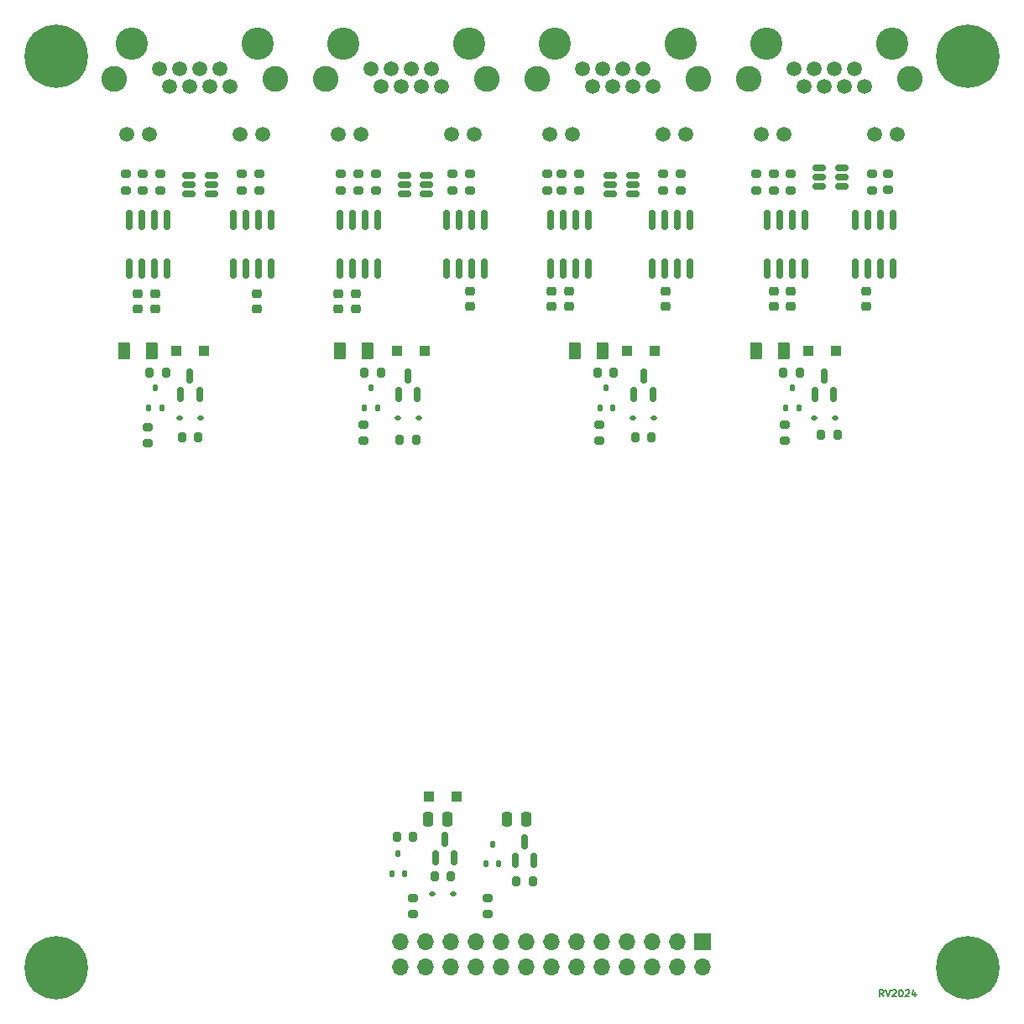
<source format=gts>
G04 #@! TF.GenerationSoftware,KiCad,Pcbnew,8.0.4*
G04 #@! TF.CreationDate,2024-08-31T21:40:05+03:00*
G04 #@! TF.ProjectId,rioctrl-stepdir4,72696f63-7472-46c2-9d73-746570646972,rev?*
G04 #@! TF.SameCoordinates,Original*
G04 #@! TF.FileFunction,Soldermask,Top*
G04 #@! TF.FilePolarity,Negative*
%FSLAX46Y46*%
G04 Gerber Fmt 4.6, Leading zero omitted, Abs format (unit mm)*
G04 Created by KiCad (PCBNEW 8.0.4) date 2024-08-31 21:40:05*
%MOMM*%
%LPD*%
G01*
G04 APERTURE LIST*
G04 Aperture macros list*
%AMRoundRect*
0 Rectangle with rounded corners*
0 $1 Rounding radius*
0 $2 $3 $4 $5 $6 $7 $8 $9 X,Y pos of 4 corners*
0 Add a 4 corners polygon primitive as box body*
4,1,4,$2,$3,$4,$5,$6,$7,$8,$9,$2,$3,0*
0 Add four circle primitives for the rounded corners*
1,1,$1+$1,$2,$3*
1,1,$1+$1,$4,$5*
1,1,$1+$1,$6,$7*
1,1,$1+$1,$8,$9*
0 Add four rect primitives between the rounded corners*
20,1,$1+$1,$2,$3,$4,$5,0*
20,1,$1+$1,$4,$5,$6,$7,0*
20,1,$1+$1,$6,$7,$8,$9,0*
20,1,$1+$1,$8,$9,$2,$3,0*%
G04 Aperture macros list end*
%ADD10C,0.150000*%
%ADD11RoundRect,0.200000X0.275000X-0.200000X0.275000X0.200000X-0.275000X0.200000X-0.275000X-0.200000X0*%
%ADD12RoundRect,0.250000X-0.300000X-0.300000X0.300000X-0.300000X0.300000X0.300000X-0.300000X0.300000X0*%
%ADD13RoundRect,0.200000X-0.275000X0.200000X-0.275000X-0.200000X0.275000X-0.200000X0.275000X0.200000X0*%
%ADD14RoundRect,0.150000X0.150000X-0.825000X0.150000X0.825000X-0.150000X0.825000X-0.150000X-0.825000X0*%
%ADD15RoundRect,0.218750X0.256250X-0.218750X0.256250X0.218750X-0.256250X0.218750X-0.256250X-0.218750X0*%
%ADD16R,1.700000X1.700000*%
%ADD17O,1.700000X1.700000*%
%ADD18RoundRect,0.150000X0.150000X-0.587500X0.150000X0.587500X-0.150000X0.587500X-0.150000X-0.587500X0*%
%ADD19C,3.250000*%
%ADD20C,1.500000*%
%ADD21C,2.600000*%
%ADD22RoundRect,0.112500X-0.112500X-0.237500X0.112500X-0.237500X0.112500X0.237500X-0.112500X0.237500X0*%
%ADD23RoundRect,0.250000X0.250000X0.475000X-0.250000X0.475000X-0.250000X-0.475000X0.250000X-0.475000X0*%
%ADD24RoundRect,0.225000X-0.250000X0.225000X-0.250000X-0.225000X0.250000X-0.225000X0.250000X0.225000X0*%
%ADD25RoundRect,0.250000X0.375000X0.625000X-0.375000X0.625000X-0.375000X-0.625000X0.375000X-0.625000X0*%
%ADD26RoundRect,0.200000X0.200000X0.275000X-0.200000X0.275000X-0.200000X-0.275000X0.200000X-0.275000X0*%
%ADD27C,0.800000*%
%ADD28C,6.400000*%
%ADD29RoundRect,0.112500X0.187500X0.112500X-0.187500X0.112500X-0.187500X-0.112500X0.187500X-0.112500X0*%
%ADD30RoundRect,0.150000X-0.512500X-0.150000X0.512500X-0.150000X0.512500X0.150000X-0.512500X0.150000X0*%
%ADD31RoundRect,0.250000X0.300000X0.300000X-0.300000X0.300000X-0.300000X-0.300000X0.300000X-0.300000X0*%
G04 APERTURE END LIST*
D10*
X162465350Y-153906533D02*
X162232017Y-153573200D01*
X162065350Y-153906533D02*
X162065350Y-153206533D01*
X162065350Y-153206533D02*
X162332017Y-153206533D01*
X162332017Y-153206533D02*
X162398684Y-153239866D01*
X162398684Y-153239866D02*
X162432017Y-153273200D01*
X162432017Y-153273200D02*
X162465350Y-153339866D01*
X162465350Y-153339866D02*
X162465350Y-153439866D01*
X162465350Y-153439866D02*
X162432017Y-153506533D01*
X162432017Y-153506533D02*
X162398684Y-153539866D01*
X162398684Y-153539866D02*
X162332017Y-153573200D01*
X162332017Y-153573200D02*
X162065350Y-153573200D01*
X162665350Y-153206533D02*
X162898684Y-153906533D01*
X162898684Y-153906533D02*
X163132017Y-153206533D01*
X163332017Y-153273200D02*
X163365350Y-153239866D01*
X163365350Y-153239866D02*
X163432017Y-153206533D01*
X163432017Y-153206533D02*
X163598684Y-153206533D01*
X163598684Y-153206533D02*
X163665350Y-153239866D01*
X163665350Y-153239866D02*
X163698684Y-153273200D01*
X163698684Y-153273200D02*
X163732017Y-153339866D01*
X163732017Y-153339866D02*
X163732017Y-153406533D01*
X163732017Y-153406533D02*
X163698684Y-153506533D01*
X163698684Y-153506533D02*
X163298684Y-153906533D01*
X163298684Y-153906533D02*
X163732017Y-153906533D01*
X164165351Y-153206533D02*
X164232017Y-153206533D01*
X164232017Y-153206533D02*
X164298684Y-153239866D01*
X164298684Y-153239866D02*
X164332017Y-153273200D01*
X164332017Y-153273200D02*
X164365351Y-153339866D01*
X164365351Y-153339866D02*
X164398684Y-153473200D01*
X164398684Y-153473200D02*
X164398684Y-153639866D01*
X164398684Y-153639866D02*
X164365351Y-153773200D01*
X164365351Y-153773200D02*
X164332017Y-153839866D01*
X164332017Y-153839866D02*
X164298684Y-153873200D01*
X164298684Y-153873200D02*
X164232017Y-153906533D01*
X164232017Y-153906533D02*
X164165351Y-153906533D01*
X164165351Y-153906533D02*
X164098684Y-153873200D01*
X164098684Y-153873200D02*
X164065351Y-153839866D01*
X164065351Y-153839866D02*
X164032017Y-153773200D01*
X164032017Y-153773200D02*
X163998684Y-153639866D01*
X163998684Y-153639866D02*
X163998684Y-153473200D01*
X163998684Y-153473200D02*
X164032017Y-153339866D01*
X164032017Y-153339866D02*
X164065351Y-153273200D01*
X164065351Y-153273200D02*
X164098684Y-153239866D01*
X164098684Y-153239866D02*
X164165351Y-153206533D01*
X164665351Y-153273200D02*
X164698684Y-153239866D01*
X164698684Y-153239866D02*
X164765351Y-153206533D01*
X164765351Y-153206533D02*
X164932018Y-153206533D01*
X164932018Y-153206533D02*
X164998684Y-153239866D01*
X164998684Y-153239866D02*
X165032018Y-153273200D01*
X165032018Y-153273200D02*
X165065351Y-153339866D01*
X165065351Y-153339866D02*
X165065351Y-153406533D01*
X165065351Y-153406533D02*
X165032018Y-153506533D01*
X165032018Y-153506533D02*
X164632018Y-153906533D01*
X164632018Y-153906533D02*
X165065351Y-153906533D01*
X165665351Y-153439866D02*
X165665351Y-153906533D01*
X165498685Y-153173200D02*
X165332018Y-153673200D01*
X165332018Y-153673200D02*
X165765351Y-153673200D01*
D11*
G04 #@! TO.C,R18*
X131750000Y-72575000D03*
X131750000Y-70925000D03*
G04 #@! TD*
G04 #@! TO.C,R11*
X151387500Y-72575000D03*
X151387500Y-70925000D03*
G04 #@! TD*
D12*
G04 #@! TO.C,D4*
X154850000Y-88750000D03*
X157650000Y-88750000D03*
G04 #@! TD*
D13*
G04 #@! TO.C,R13*
X133750000Y-96175000D03*
X133750000Y-97825000D03*
G04 #@! TD*
D14*
G04 #@! TO.C,U1*
X150732500Y-80475000D03*
X152002500Y-80475000D03*
X153272500Y-80475000D03*
X154542500Y-80475000D03*
X154542500Y-75525000D03*
X153272500Y-75525000D03*
X152002500Y-75525000D03*
X150732500Y-75525000D03*
G04 #@! TD*
D11*
G04 #@! TO.C,R10*
X153137500Y-72575000D03*
X153137500Y-70925000D03*
G04 #@! TD*
D15*
G04 #@! TO.C,FB4*
X87250000Y-84537500D03*
X87250000Y-82962500D03*
G04 #@! TD*
D16*
G04 #@! TO.C,J1*
X144225000Y-148350000D03*
D17*
X144225000Y-150890000D03*
X141685000Y-148350000D03*
X141685000Y-150890000D03*
X139145000Y-148350000D03*
X139145000Y-150890000D03*
X136605000Y-148350000D03*
X136605000Y-150890000D03*
X134065000Y-148350000D03*
X134065000Y-150890000D03*
X131525000Y-148350000D03*
X131525000Y-150890000D03*
X128985000Y-148350000D03*
X128985000Y-150890000D03*
X126445000Y-148350000D03*
X126445000Y-150890000D03*
X123905000Y-148350000D03*
X123905000Y-150890000D03*
X121365000Y-148350000D03*
X121365000Y-150890000D03*
X118825000Y-148350000D03*
X118825000Y-150890000D03*
X116285000Y-148350000D03*
X116285000Y-150890000D03*
X113745000Y-148350000D03*
X113745000Y-150890000D03*
G04 #@! TD*
D18*
G04 #@! TO.C,Q4*
X125300000Y-140187500D03*
X127200000Y-140187500D03*
X126250000Y-138312500D03*
G04 #@! TD*
D19*
G04 #@! TO.C,J2*
X163350000Y-57750000D03*
X150650000Y-57750000D03*
D20*
X153430000Y-60290000D03*
X154450000Y-62070000D03*
X155470000Y-60290000D03*
X156490000Y-62070000D03*
X157510000Y-60290000D03*
X158530000Y-62070000D03*
X159550000Y-60290000D03*
X160570000Y-62070000D03*
X150140000Y-66880000D03*
X152430000Y-66880000D03*
X161570000Y-66880000D03*
X163860000Y-66880000D03*
D21*
X165130000Y-61310000D03*
X148870000Y-61310000D03*
G04 #@! TD*
D22*
G04 #@! TO.C,Q1*
X112850000Y-141500000D03*
X114150000Y-141500000D03*
X113500000Y-139500000D03*
G04 #@! TD*
D18*
G04 #@! TO.C,Q12*
X91550000Y-93187500D03*
X93450000Y-93187500D03*
X92500000Y-91312500D03*
G04 #@! TD*
G04 #@! TO.C,Q6*
X155550000Y-93187500D03*
X157450000Y-93187500D03*
X156500000Y-91312500D03*
G04 #@! TD*
D23*
G04 #@! TO.C,C2*
X126400000Y-136000000D03*
X124500000Y-136000000D03*
G04 #@! TD*
D22*
G04 #@! TO.C,Q5*
X152600000Y-94500000D03*
X153900000Y-94500000D03*
X153250000Y-92500000D03*
G04 #@! TD*
D18*
G04 #@! TO.C,Q10*
X113550000Y-93187500D03*
X115450000Y-93187500D03*
X114500000Y-91312500D03*
G04 #@! TD*
D24*
G04 #@! TO.C,C3*
X153137500Y-82725000D03*
X153137500Y-84275000D03*
G04 #@! TD*
D25*
G04 #@! TO.C,F2*
X134150000Y-88750000D03*
X131350000Y-88750000D03*
G04 #@! TD*
D24*
G04 #@! TO.C,C7*
X109250000Y-82975000D03*
X109250000Y-84525000D03*
G04 #@! TD*
D18*
G04 #@! TO.C,Q8*
X137300000Y-93187500D03*
X139200000Y-93187500D03*
X138250000Y-91312500D03*
G04 #@! TD*
D13*
G04 #@! TO.C,R21*
X110000000Y-96175000D03*
X110000000Y-97825000D03*
G04 #@! TD*
D26*
G04 #@! TO.C,R15*
X154000000Y-91000000D03*
X152350000Y-91000000D03*
G04 #@! TD*
D15*
G04 #@! TO.C,FB2*
X129000000Y-84287500D03*
X129000000Y-82712500D03*
G04 #@! TD*
D27*
G04 #@! TO.C,H4*
X76600000Y-151000000D03*
X77302944Y-149302944D03*
X77302944Y-152697056D03*
X79000000Y-148600000D03*
D28*
X79000000Y-151000000D03*
D27*
X79000000Y-153400000D03*
X80697056Y-149302944D03*
X80697056Y-152697056D03*
X81400000Y-151000000D03*
G04 #@! TD*
D29*
G04 #@! TO.C,D3*
X157550000Y-95500000D03*
X155450000Y-95500000D03*
G04 #@! TD*
D27*
G04 #@! TO.C,H2*
X168600000Y-59000000D03*
X169302944Y-57302944D03*
X169302944Y-60697056D03*
X171000000Y-56600000D03*
D28*
X171000000Y-59000000D03*
D27*
X171000000Y-61400000D03*
X172697056Y-57302944D03*
X172697056Y-60697056D03*
X173400000Y-59000000D03*
G04 #@! TD*
D24*
G04 #@! TO.C,C5*
X130750000Y-82725000D03*
X130750000Y-84275000D03*
G04 #@! TD*
D12*
G04 #@! TO.C,D13*
X91100000Y-88750000D03*
X93900000Y-88750000D03*
G04 #@! TD*
D25*
G04 #@! TO.C,F3*
X110400000Y-88750000D03*
X107600000Y-88750000D03*
G04 #@! TD*
D14*
G04 #@! TO.C,U7*
X107595000Y-80475000D03*
X108865000Y-80475000D03*
X110135000Y-80475000D03*
X111405000Y-80475000D03*
X111405000Y-75525000D03*
X110135000Y-75525000D03*
X108865000Y-75525000D03*
X107595000Y-75525000D03*
G04 #@! TD*
D11*
G04 #@! TO.C,R17*
X140250000Y-72575000D03*
X140250000Y-70925000D03*
G04 #@! TD*
D29*
G04 #@! TO.C,D1*
X119050000Y-143500000D03*
X116950000Y-143500000D03*
G04 #@! TD*
D11*
G04 #@! TO.C,R26*
X111250000Y-72575000D03*
X111250000Y-70925000D03*
G04 #@! TD*
D30*
G04 #@! TO.C,U6*
X134862500Y-71050000D03*
X134862500Y-72000000D03*
X134862500Y-72950000D03*
X137137500Y-72950000D03*
X137137500Y-72000000D03*
X137137500Y-71050000D03*
G04 #@! TD*
D26*
G04 #@! TO.C,R14*
X139075000Y-97500000D03*
X137425000Y-97500000D03*
G04 #@! TD*
D19*
G04 #@! TO.C,J4*
X120683333Y-57750000D03*
X107983333Y-57750000D03*
D20*
X110763333Y-60290000D03*
X111783333Y-62070000D03*
X112803333Y-60290000D03*
X113823333Y-62070000D03*
X114843333Y-60290000D03*
X115863333Y-62070000D03*
X116883333Y-60290000D03*
X117903333Y-62070000D03*
X107473333Y-66880000D03*
X109763333Y-66880000D03*
X118903333Y-66880000D03*
X121193333Y-66880000D03*
D21*
X122463333Y-61310000D03*
X106203333Y-61310000D03*
G04 #@! TD*
D26*
G04 #@! TO.C,R7*
X115000000Y-137750000D03*
X113350000Y-137750000D03*
G04 #@! TD*
D29*
G04 #@! TO.C,D9*
X115550000Y-95500000D03*
X113450000Y-95500000D03*
G04 #@! TD*
D22*
G04 #@! TO.C,Q11*
X88350000Y-94500000D03*
X89650000Y-94500000D03*
X89000000Y-92500000D03*
G04 #@! TD*
D13*
G04 #@! TO.C,R29*
X88250000Y-96425000D03*
X88250000Y-98075000D03*
G04 #@! TD*
D22*
G04 #@! TO.C,Q9*
X110100000Y-94500000D03*
X111400000Y-94500000D03*
X110750000Y-92500000D03*
G04 #@! TD*
D19*
G04 #@! TO.C,J3*
X142016666Y-57750000D03*
X129316666Y-57750000D03*
D20*
X132096666Y-60290000D03*
X133116666Y-62070000D03*
X134136666Y-60290000D03*
X135156666Y-62070000D03*
X136176666Y-60290000D03*
X137196666Y-62070000D03*
X138216666Y-60290000D03*
X139236666Y-62070000D03*
X128806666Y-66880000D03*
X131096666Y-66880000D03*
X140236666Y-66880000D03*
X142526666Y-66880000D03*
D21*
X143796666Y-61310000D03*
X127536666Y-61310000D03*
G04 #@! TD*
D18*
G04 #@! TO.C,Q3*
X117250000Y-139937500D03*
X119150000Y-139937500D03*
X118200000Y-138062500D03*
G04 #@! TD*
D24*
G04 #@! TO.C,C10*
X99250000Y-82975000D03*
X99250000Y-84525000D03*
G04 #@! TD*
D26*
G04 #@! TO.C,R6*
X157825000Y-97250000D03*
X156175000Y-97250000D03*
G04 #@! TD*
G04 #@! TO.C,R3*
X118825000Y-141750000D03*
X117175000Y-141750000D03*
G04 #@! TD*
D11*
G04 #@! TO.C,R16*
X141990000Y-72575000D03*
X141990000Y-70925000D03*
G04 #@! TD*
G04 #@! TO.C,R19*
X130000000Y-72575000D03*
X130000000Y-70925000D03*
G04 #@! TD*
D22*
G04 #@! TO.C,Q7*
X133850000Y-94500000D03*
X135150000Y-94500000D03*
X134500000Y-92500000D03*
G04 #@! TD*
D13*
G04 #@! TO.C,R20*
X128500000Y-70925000D03*
X128500000Y-72575000D03*
G04 #@! TD*
D24*
G04 #@! TO.C,C6*
X140500000Y-82725000D03*
X140500000Y-84275000D03*
G04 #@! TD*
D29*
G04 #@! TO.C,D6*
X139300000Y-95500000D03*
X137200000Y-95500000D03*
G04 #@! TD*
D26*
G04 #@! TO.C,R23*
X135250000Y-91000000D03*
X133600000Y-91000000D03*
G04 #@! TD*
D12*
G04 #@! TO.C,D10*
X113350000Y-88750000D03*
X116150000Y-88750000D03*
G04 #@! TD*
D13*
G04 #@! TO.C,R36*
X86000000Y-70925000D03*
X86000000Y-72575000D03*
G04 #@! TD*
D14*
G04 #@! TO.C,U11*
X96845000Y-80475000D03*
X98115000Y-80475000D03*
X99385000Y-80475000D03*
X100655000Y-80475000D03*
X100655000Y-75525000D03*
X99385000Y-75525000D03*
X98115000Y-75525000D03*
X96845000Y-75525000D03*
G04 #@! TD*
D12*
G04 #@! TO.C,D7*
X136600000Y-88750000D03*
X139400000Y-88750000D03*
G04 #@! TD*
D11*
G04 #@! TO.C,R34*
X89500000Y-72575000D03*
X89500000Y-70925000D03*
G04 #@! TD*
G04 #@! TO.C,R27*
X109500000Y-72575000D03*
X109500000Y-70925000D03*
G04 #@! TD*
D13*
G04 #@! TO.C,R12*
X149637500Y-70925000D03*
X149637500Y-72575000D03*
G04 #@! TD*
G04 #@! TO.C,R2*
X122500000Y-143925000D03*
X122500000Y-145575000D03*
G04 #@! TD*
D26*
G04 #@! TO.C,R22*
X115325000Y-97750000D03*
X113675000Y-97750000D03*
G04 #@! TD*
D14*
G04 #@! TO.C,U10*
X86345000Y-80475000D03*
X87615000Y-80475000D03*
X88885000Y-80475000D03*
X90155000Y-80475000D03*
X90155000Y-75525000D03*
X88885000Y-75525000D03*
X87615000Y-75525000D03*
X86345000Y-75525000D03*
G04 #@! TD*
D22*
G04 #@! TO.C,Q2*
X122350000Y-140500000D03*
X123650000Y-140500000D03*
X123000000Y-138500000D03*
G04 #@! TD*
D24*
G04 #@! TO.C,C9*
X89000000Y-82975000D03*
X89000000Y-84525000D03*
G04 #@! TD*
D26*
G04 #@! TO.C,R30*
X93325000Y-97500000D03*
X91675000Y-97500000D03*
G04 #@! TD*
D11*
G04 #@! TO.C,R24*
X120750000Y-72575000D03*
X120750000Y-70925000D03*
G04 #@! TD*
D25*
G04 #@! TO.C,F4*
X88650000Y-88750000D03*
X85850000Y-88750000D03*
G04 #@! TD*
G04 #@! TO.C,F1*
X152400000Y-88750000D03*
X149600000Y-88750000D03*
G04 #@! TD*
D15*
G04 #@! TO.C,FB1*
X151387500Y-84287500D03*
X151387500Y-82712500D03*
G04 #@! TD*
D11*
G04 #@! TO.C,R32*
X99500000Y-72575000D03*
X99500000Y-70925000D03*
G04 #@! TD*
D14*
G04 #@! TO.C,U4*
X128845000Y-80475000D03*
X130115000Y-80475000D03*
X131385000Y-80475000D03*
X132655000Y-80475000D03*
X132655000Y-75525000D03*
X131385000Y-75525000D03*
X130115000Y-75525000D03*
X128845000Y-75525000D03*
G04 #@! TD*
D24*
G04 #@! TO.C,C8*
X120750000Y-82725000D03*
X120750000Y-84275000D03*
G04 #@! TD*
D11*
G04 #@! TO.C,R25*
X119000000Y-72575000D03*
X119000000Y-70925000D03*
G04 #@! TD*
D26*
G04 #@! TO.C,R31*
X111750000Y-91000000D03*
X110100000Y-91000000D03*
G04 #@! TD*
D14*
G04 #@! TO.C,U2*
X159595000Y-80475000D03*
X160865000Y-80475000D03*
X162135000Y-80475000D03*
X163405000Y-80475000D03*
X163405000Y-75525000D03*
X162135000Y-75525000D03*
X160865000Y-75525000D03*
X159595000Y-75525000D03*
G04 #@! TD*
D24*
G04 #@! TO.C,C4*
X160750000Y-82725000D03*
X160750000Y-84275000D03*
G04 #@! TD*
D13*
G04 #@! TO.C,R28*
X107750000Y-70925000D03*
X107750000Y-72575000D03*
G04 #@! TD*
D15*
G04 #@! TO.C,FB3*
X107500000Y-84537500D03*
X107500000Y-82962500D03*
G04 #@! TD*
D11*
G04 #@! TO.C,R33*
X97750000Y-72575000D03*
X97750000Y-70925000D03*
G04 #@! TD*
D26*
G04 #@! TO.C,R37*
X90075000Y-91000000D03*
X88425000Y-91000000D03*
G04 #@! TD*
D27*
G04 #@! TO.C,H1*
X76600000Y-59000000D03*
X77302944Y-57302944D03*
X77302944Y-60697056D03*
X79000000Y-56600000D03*
D28*
X79000000Y-59000000D03*
D27*
X79000000Y-61400000D03*
X80697056Y-57302944D03*
X80697056Y-60697056D03*
X81400000Y-59000000D03*
G04 #@! TD*
D13*
G04 #@! TO.C,R1*
X115000000Y-143925000D03*
X115000000Y-145575000D03*
G04 #@! TD*
D11*
G04 #@! TO.C,R35*
X87750000Y-72575000D03*
X87750000Y-70925000D03*
G04 #@! TD*
D31*
G04 #@! TO.C,D2*
X119400000Y-133750000D03*
X116600000Y-133750000D03*
G04 #@! TD*
D14*
G04 #@! TO.C,U5*
X139095000Y-80475000D03*
X140365000Y-80475000D03*
X141635000Y-80475000D03*
X142905000Y-80475000D03*
X142905000Y-75525000D03*
X141635000Y-75525000D03*
X140365000Y-75525000D03*
X139095000Y-75525000D03*
G04 #@! TD*
D29*
G04 #@! TO.C,D12*
X93550000Y-95500000D03*
X91450000Y-95500000D03*
G04 #@! TD*
D27*
G04 #@! TO.C,H3*
X168600000Y-151000000D03*
X169302944Y-149302944D03*
X169302944Y-152697056D03*
X171000000Y-148600000D03*
D28*
X171000000Y-151000000D03*
D27*
X171000000Y-153400000D03*
X172697056Y-149302944D03*
X172697056Y-152697056D03*
X173400000Y-151000000D03*
G04 #@! TD*
D13*
G04 #@! TO.C,R5*
X152500000Y-96175000D03*
X152500000Y-97825000D03*
G04 #@! TD*
D11*
G04 #@! TO.C,R8*
X162900000Y-72525000D03*
X162900000Y-70875000D03*
G04 #@! TD*
D19*
G04 #@! TO.C,J5*
X99350000Y-57750000D03*
X86650000Y-57750000D03*
D20*
X89430000Y-60290000D03*
X90450000Y-62070000D03*
X91470000Y-60290000D03*
X92490000Y-62070000D03*
X93510000Y-60290000D03*
X94530000Y-62070000D03*
X95550000Y-60290000D03*
X96570000Y-62070000D03*
X86140000Y-66880000D03*
X88430000Y-66880000D03*
X97570000Y-66880000D03*
X99860000Y-66880000D03*
D21*
X101130000Y-61310000D03*
X84870000Y-61310000D03*
G04 #@! TD*
D26*
G04 #@! TO.C,R4*
X127075000Y-142250000D03*
X125425000Y-142250000D03*
G04 #@! TD*
D23*
G04 #@! TO.C,C1*
X118450000Y-136000000D03*
X116550000Y-136000000D03*
G04 #@! TD*
D30*
G04 #@! TO.C,U3*
X156000000Y-70300000D03*
X156000000Y-71250000D03*
X156000000Y-72200000D03*
X158275000Y-72200000D03*
X158275000Y-71250000D03*
X158275000Y-70300000D03*
G04 #@! TD*
D14*
G04 #@! TO.C,U8*
X118345000Y-80475000D03*
X119615000Y-80475000D03*
X120885000Y-80475000D03*
X122155000Y-80475000D03*
X122155000Y-75525000D03*
X120885000Y-75525000D03*
X119615000Y-75525000D03*
X118345000Y-75525000D03*
G04 #@! TD*
D30*
G04 #@! TO.C,U9*
X114112500Y-71050000D03*
X114112500Y-72000000D03*
X114112500Y-72950000D03*
X116387500Y-72950000D03*
X116387500Y-72000000D03*
X116387500Y-71050000D03*
G04 #@! TD*
G04 #@! TO.C,U12*
X92362500Y-71050000D03*
X92362500Y-72000000D03*
X92362500Y-72950000D03*
X94637500Y-72950000D03*
X94637500Y-72000000D03*
X94637500Y-71050000D03*
G04 #@! TD*
D11*
G04 #@! TO.C,R9*
X161300000Y-72575000D03*
X161300000Y-70925000D03*
G04 #@! TD*
M02*

</source>
